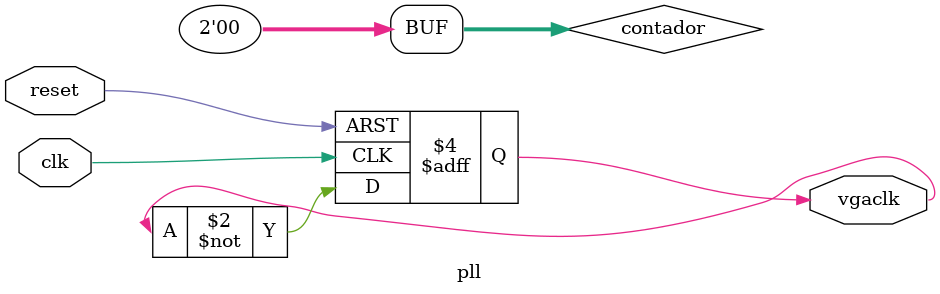
<source format=sv>

module pll(clk, reset, vgaclk);
	input logic clk; 
	input reset;
	output logic vgaclk;
	logic [1:0] contador = 0;
	
	always @(posedge clk or posedge reset) begin
		if (reset) begin
			vgaclk <= 0;
		end 
		else begin
			vgaclk <= ~vgaclk;
		end
	end
	
endmodule 
</source>
